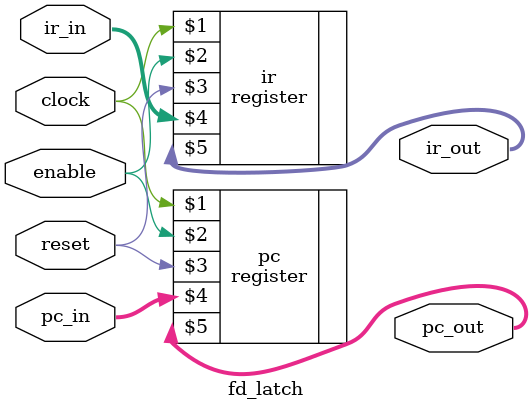
<source format=v>
module fd_latch(pc_out, ir_out, clock, enable, reset, pc_in, ir_in);
    // Inputs
    input[31:0] pc_in, ir_in;
    input clock, enable, reset;

    // Outputs
    output[31:0] pc_out, ir_out;

    // Registers for each value needed to store
    register pc(clock, enable, reset, pc_in, pc_out);
    register ir(clock, enable, reset, ir_in, ir_out);

endmodule
</source>
